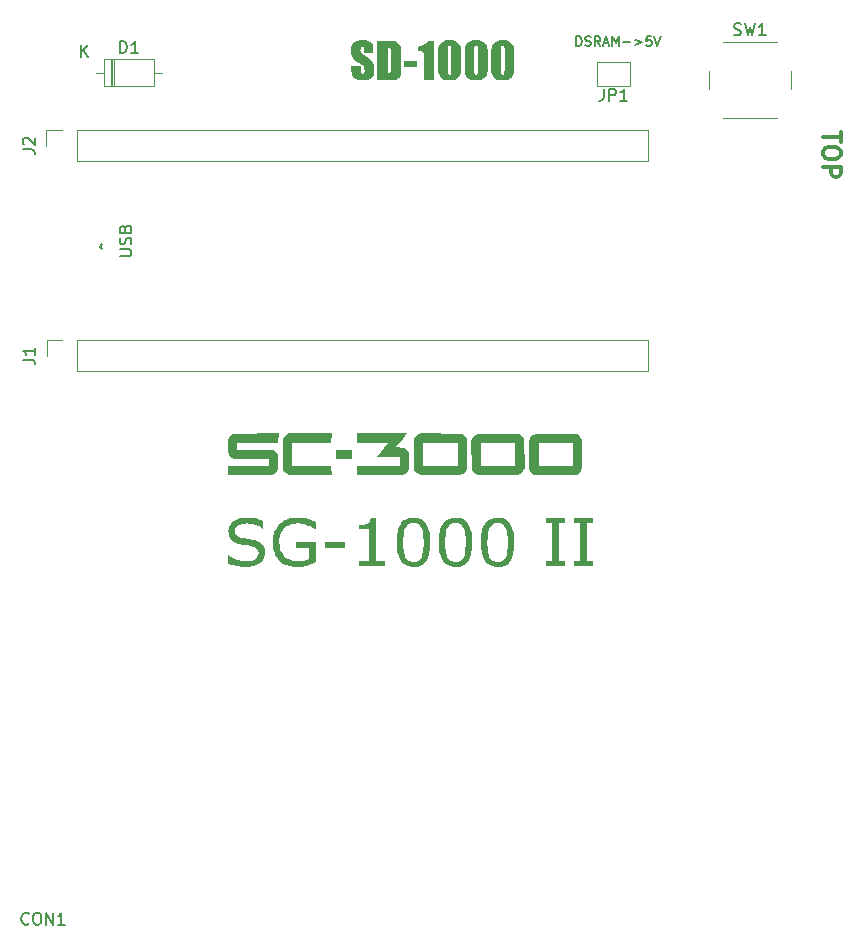
<source format=gto>
G04 #@! TF.GenerationSoftware,KiCad,Pcbnew,8.0.5*
G04 #@! TF.CreationDate,2024-10-04T03:51:19+02:00*
G04 #@! TF.ProjectId,SD-10005v,53442d31-3030-4303-9576-2e6b69636164,rev?*
G04 #@! TF.SameCoordinates,Original*
G04 #@! TF.FileFunction,Legend,Top*
G04 #@! TF.FilePolarity,Positive*
%FSLAX46Y46*%
G04 Gerber Fmt 4.6, Leading zero omitted, Abs format (unit mm)*
G04 Created by KiCad (PCBNEW 8.0.5) date 2024-10-04 03:51:19*
%MOMM*%
%LPD*%
G01*
G04 APERTURE LIST*
G04 Aperture macros list*
%AMRoundRect*
0 Rectangle with rounded corners*
0 $1 Rounding radius*
0 $2 $3 $4 $5 $6 $7 $8 $9 X,Y pos of 4 corners*
0 Add a 4 corners polygon primitive as box body*
4,1,4,$2,$3,$4,$5,$6,$7,$8,$9,$2,$3,0*
0 Add four circle primitives for the rounded corners*
1,1,$1+$1,$2,$3*
1,1,$1+$1,$4,$5*
1,1,$1+$1,$6,$7*
1,1,$1+$1,$8,$9*
0 Add four rect primitives between the rounded corners*
20,1,$1+$1,$2,$3,$4,$5,0*
20,1,$1+$1,$4,$5,$6,$7,0*
20,1,$1+$1,$6,$7,$8,$9,0*
20,1,$1+$1,$8,$9,$2,$3,0*%
G04 Aperture macros list end*
%ADD10C,0.000000*%
%ADD11C,0.150000*%
%ADD12C,0.750000*%
%ADD13C,0.300000*%
%ADD14C,0.120000*%
%ADD15R,1.700000X1.700000*%
%ADD16O,1.700000X1.700000*%
%ADD17R,1.600000X1.600000*%
%ADD18O,1.600000X1.600000*%
%ADD19C,2.000000*%
%ADD20R,1.000000X1.500000*%
%ADD21RoundRect,0.500000X-0.500000X-5.000000X0.500000X-5.000000X0.500000X5.000000X-0.500000X5.000000X0*%
G04 APERTURE END LIST*
D10*
G36*
X120100000Y-67400000D02*
G01*
X120233610Y-67499060D01*
X120291010Y-67547830D01*
X120348420Y-67608790D01*
X120399720Y-67673820D01*
X120437320Y-67735280D01*
X120508440Y-67872440D01*
X120537390Y-70234640D01*
X120423600Y-70642060D01*
X120090350Y-70896060D01*
X116485580Y-70896060D01*
X116155890Y-70645110D01*
X116043620Y-70271220D01*
X116043620Y-70116790D01*
X116847280Y-70116790D01*
X119728660Y-70116790D01*
X119728660Y-68179780D01*
X116847280Y-68179780D01*
X116847280Y-70116790D01*
X116043620Y-70116790D01*
X116043620Y-68179780D01*
X116043620Y-68005030D01*
X116097470Y-67844000D01*
X116126430Y-67773380D01*
X116164020Y-67699220D01*
X116206690Y-67630640D01*
X116248860Y-67576280D01*
X116345880Y-67469090D01*
X116634430Y-67382730D01*
X120100000Y-67400000D01*
G37*
G36*
X110355550Y-67400000D02*
G01*
X110609040Y-67566630D01*
X110776170Y-67872440D01*
X110776170Y-70423620D01*
X110604470Y-70738070D01*
X110209240Y-70917900D01*
X106854920Y-70919940D01*
X106530820Y-70754330D01*
X106335240Y-70487630D01*
X106335240Y-70116790D01*
X107067270Y-70116790D01*
X109996390Y-70116790D01*
X109996390Y-68179780D01*
X107067270Y-68179780D01*
X107067270Y-70116790D01*
X106335240Y-70116790D01*
X106335240Y-68179780D01*
X106335240Y-67808940D01*
X106530820Y-67541740D01*
X106854920Y-67374100D01*
X110355550Y-67400000D01*
G37*
G36*
X94807700Y-68155910D02*
G01*
X91335010Y-68180800D01*
X91335010Y-68741630D01*
X94387080Y-68770080D01*
X94640570Y-68936700D01*
X94807190Y-69242520D01*
X94807700Y-70423620D01*
X94636000Y-70738070D01*
X94240770Y-70917900D01*
X90531870Y-70919940D01*
X90531870Y-70116790D01*
X94027920Y-70116790D01*
X94027920Y-69554430D01*
X91028180Y-69525980D01*
X90713730Y-69354280D01*
X90534400Y-68959060D01*
X90532370Y-68014180D01*
X90626350Y-67676860D01*
X90738620Y-67571200D01*
X90792470Y-67527510D01*
X90857490Y-67485350D01*
X90925060Y-67449280D01*
X90986520Y-67425400D01*
X91122670Y-67384760D01*
X94835130Y-67376640D01*
X94807700Y-68155910D01*
G37*
G36*
X99295880Y-68155910D02*
G01*
X95964920Y-68180800D01*
X95964920Y-70115260D01*
X99295880Y-70140160D01*
X99323310Y-70919940D01*
X95752580Y-70919940D01*
X95428480Y-70754330D01*
X95232900Y-70487630D01*
X95232900Y-67808940D01*
X95428480Y-67541740D01*
X95752580Y-67376640D01*
X99323310Y-67376640D01*
X99295880Y-68155910D01*
G37*
G36*
X115221680Y-67400000D02*
G01*
X115475170Y-67566630D01*
X115642300Y-67872440D01*
X115671770Y-70302720D01*
X115481270Y-70733500D01*
X115075380Y-70917900D01*
X111721050Y-70919940D01*
X111396950Y-70754330D01*
X111201370Y-70488140D01*
X111196516Y-70116790D01*
X111980640Y-70116790D01*
X114863030Y-70116790D01*
X114863030Y-68179780D01*
X111980640Y-68179780D01*
X111980640Y-70116790D01*
X111196516Y-70116790D01*
X111171200Y-68179780D01*
X111170890Y-68155910D01*
X111230830Y-67755100D01*
X111469080Y-67471630D01*
X111768300Y-67382730D01*
X115221680Y-67400000D01*
G37*
G36*
X101043910Y-69525980D02*
G01*
X99697200Y-69552400D01*
X99697200Y-68746710D01*
X101071340Y-68746710D01*
X101043910Y-69525980D01*
G37*
G36*
X105658070Y-67448260D02*
G01*
X105553930Y-67581360D01*
X105366990Y-67811480D01*
X104757900Y-68546050D01*
X105500590Y-68588720D01*
X105742910Y-68747730D01*
X105910040Y-69053540D01*
X105910040Y-70423620D01*
X105738340Y-70738070D01*
X105343110Y-70917900D01*
X101445230Y-70919940D01*
X101445230Y-70116790D01*
X105130260Y-70116790D01*
X105130260Y-69362920D01*
X103200370Y-69337010D01*
X104131530Y-68203150D01*
X101445230Y-68178260D01*
X101445230Y-67376640D01*
X105702780Y-67376640D01*
X105658070Y-67448260D01*
G37*
D11*
X79855113Y-51744172D02*
X79712256Y-51553696D01*
X79712256Y-51553696D02*
X79855113Y-51363220D01*
X81369819Y-52363220D02*
X82179342Y-52363220D01*
X82179342Y-52363220D02*
X82274580Y-52315601D01*
X82274580Y-52315601D02*
X82322200Y-52267982D01*
X82322200Y-52267982D02*
X82369819Y-52172744D01*
X82369819Y-52172744D02*
X82369819Y-51982268D01*
X82369819Y-51982268D02*
X82322200Y-51887030D01*
X82322200Y-51887030D02*
X82274580Y-51839411D01*
X82274580Y-51839411D02*
X82179342Y-51791792D01*
X82179342Y-51791792D02*
X81369819Y-51791792D01*
X82322200Y-51363220D02*
X82369819Y-51220363D01*
X82369819Y-51220363D02*
X82369819Y-50982268D01*
X82369819Y-50982268D02*
X82322200Y-50887030D01*
X82322200Y-50887030D02*
X82274580Y-50839411D01*
X82274580Y-50839411D02*
X82179342Y-50791792D01*
X82179342Y-50791792D02*
X82084104Y-50791792D01*
X82084104Y-50791792D02*
X81988866Y-50839411D01*
X81988866Y-50839411D02*
X81941247Y-50887030D01*
X81941247Y-50887030D02*
X81893628Y-50982268D01*
X81893628Y-50982268D02*
X81846009Y-51172744D01*
X81846009Y-51172744D02*
X81798390Y-51267982D01*
X81798390Y-51267982D02*
X81750771Y-51315601D01*
X81750771Y-51315601D02*
X81655533Y-51363220D01*
X81655533Y-51363220D02*
X81560295Y-51363220D01*
X81560295Y-51363220D02*
X81465057Y-51315601D01*
X81465057Y-51315601D02*
X81417438Y-51267982D01*
X81417438Y-51267982D02*
X81369819Y-51172744D01*
X81369819Y-51172744D02*
X81369819Y-50934649D01*
X81369819Y-50934649D02*
X81417438Y-50791792D01*
X81846009Y-50029887D02*
X81893628Y-49887030D01*
X81893628Y-49887030D02*
X81941247Y-49839411D01*
X81941247Y-49839411D02*
X82036485Y-49791792D01*
X82036485Y-49791792D02*
X82179342Y-49791792D01*
X82179342Y-49791792D02*
X82274580Y-49839411D01*
X82274580Y-49839411D02*
X82322200Y-49887030D01*
X82322200Y-49887030D02*
X82369819Y-49982268D01*
X82369819Y-49982268D02*
X82369819Y-50363220D01*
X82369819Y-50363220D02*
X81369819Y-50363220D01*
X81369819Y-50363220D02*
X81369819Y-50029887D01*
X81369819Y-50029887D02*
X81417438Y-49934649D01*
X81417438Y-49934649D02*
X81465057Y-49887030D01*
X81465057Y-49887030D02*
X81560295Y-49839411D01*
X81560295Y-49839411D02*
X81655533Y-49839411D01*
X81655533Y-49839411D02*
X81750771Y-49887030D01*
X81750771Y-49887030D02*
X81798390Y-49934649D01*
X81798390Y-49934649D02*
X81846009Y-50029887D01*
X81846009Y-50029887D02*
X81846009Y-50363220D01*
G36*
X93722958Y-77455450D02*
G01*
X93701641Y-77661201D01*
X93643669Y-77850247D01*
X93611584Y-77922442D01*
X93506419Y-78098167D01*
X93371909Y-78250674D01*
X93299930Y-78313230D01*
X93124762Y-78432940D01*
X92946088Y-78523846D01*
X92787020Y-78584829D01*
X92592713Y-78636349D01*
X92397770Y-78666402D01*
X92183816Y-78680999D01*
X92082623Y-78682526D01*
X91866896Y-78677458D01*
X91662281Y-78662254D01*
X91445374Y-78633033D01*
X91286392Y-78601437D01*
X91087001Y-78549015D01*
X90885601Y-78484075D01*
X90682191Y-78406614D01*
X90568318Y-78358171D01*
X90568318Y-77682107D01*
X90606420Y-77682107D01*
X90767742Y-77795375D01*
X90941032Y-77894842D01*
X91126290Y-77980511D01*
X91323517Y-78052379D01*
X91524040Y-78109227D01*
X91718213Y-78149832D01*
X91929067Y-78176099D01*
X92087508Y-78182316D01*
X92298162Y-78173855D01*
X92512577Y-78143462D01*
X92720219Y-78082848D01*
X92874947Y-78005484D01*
X93035140Y-77869272D01*
X93134058Y-77688815D01*
X93156315Y-77531653D01*
X93134225Y-77336741D01*
X93046389Y-77161039D01*
X93022470Y-77135980D01*
X92854919Y-77022163D01*
X92667709Y-76950548D01*
X92618004Y-76936678D01*
X92417233Y-76890381D01*
X92216290Y-76854531D01*
X92171528Y-76847773D01*
X91971418Y-76815972D01*
X91778116Y-76780893D01*
X91661549Y-76757892D01*
X91467376Y-76709360D01*
X91265845Y-76638414D01*
X91068497Y-76538443D01*
X90906319Y-76418321D01*
X90854570Y-76368080D01*
X90728003Y-76199893D01*
X90642858Y-76005277D01*
X90601947Y-75810096D01*
X90592742Y-75650006D01*
X90613499Y-75436534D01*
X90675769Y-75240640D01*
X90779553Y-75062324D01*
X90924851Y-74901585D01*
X91026517Y-74817627D01*
X91197724Y-74707397D01*
X91385280Y-74619973D01*
X91589184Y-74555356D01*
X91809438Y-74513545D01*
X92005471Y-74496123D01*
X92128541Y-74493272D01*
X92339933Y-74498463D01*
X92542288Y-74514033D01*
X92759136Y-74543958D01*
X92919888Y-74576315D01*
X93116102Y-74626118D01*
X93318709Y-74688705D01*
X93505097Y-74758925D01*
X93557850Y-74781479D01*
X93557850Y-75431165D01*
X93519748Y-75431165D01*
X93341788Y-75309152D01*
X93149752Y-75211455D01*
X92952284Y-75134295D01*
X92905233Y-75118534D01*
X92714052Y-75063824D01*
X92520551Y-75024745D01*
X92324729Y-75001297D01*
X92126587Y-74993482D01*
X91918920Y-75004045D01*
X91710839Y-75041183D01*
X91511361Y-75113807D01*
X91424145Y-75162498D01*
X91273408Y-75290241D01*
X91175933Y-75470976D01*
X91159385Y-75598227D01*
X91184630Y-75798208D01*
X91275305Y-75976384D01*
X91291277Y-75994877D01*
X91458931Y-76114704D01*
X91656424Y-76189236D01*
X91755338Y-76214696D01*
X91952831Y-76254066D01*
X92157812Y-76290817D01*
X92255547Y-76307508D01*
X92448633Y-76341378D01*
X92654896Y-76382777D01*
X92805582Y-76417906D01*
X92994391Y-76476276D01*
X93183725Y-76557182D01*
X93363005Y-76666301D01*
X93492393Y-76779385D01*
X93613980Y-76949096D01*
X93684906Y-77134139D01*
X93719356Y-77349784D01*
X93722958Y-77455450D01*
G37*
G36*
X97988415Y-78302484D02*
G01*
X97794975Y-78385594D01*
X97591643Y-78462367D01*
X97402599Y-78525291D01*
X97255687Y-78569197D01*
X97058949Y-78618778D01*
X96865387Y-78654193D01*
X96651424Y-78677103D01*
X96487787Y-78682526D01*
X96282563Y-78676308D01*
X96084913Y-78657655D01*
X95868300Y-78621110D01*
X95661579Y-78568323D01*
X95611444Y-78552588D01*
X95419530Y-78479438D01*
X95242393Y-78389923D01*
X95060777Y-78269658D01*
X94932449Y-78161800D01*
X94783281Y-78003539D01*
X94667816Y-77845346D01*
X94568470Y-77670667D01*
X94494766Y-77504298D01*
X94427660Y-77298585D01*
X94384670Y-77104861D01*
X94356360Y-76898328D01*
X94342729Y-76678985D01*
X94341381Y-76581060D01*
X94350327Y-76345396D01*
X94377163Y-76122494D01*
X94421890Y-75912354D01*
X94484508Y-75714975D01*
X94565016Y-75530358D01*
X94663415Y-75358503D01*
X94779706Y-75199409D01*
X94913886Y-75053077D01*
X95063928Y-74921873D01*
X95227311Y-74808162D01*
X95404036Y-74711946D01*
X95594103Y-74633224D01*
X95797511Y-74571995D01*
X96014262Y-74528260D01*
X96244354Y-74502019D01*
X96487787Y-74493272D01*
X96685212Y-74499841D01*
X96885109Y-74519548D01*
X97087480Y-74552392D01*
X97200976Y-74576315D01*
X97410362Y-74631673D01*
X97603879Y-74696321D01*
X97804356Y-74775502D01*
X97985484Y-74856706D01*
X97985484Y-75493691D01*
X97935659Y-75493691D01*
X97764750Y-75382866D01*
X97688485Y-75336399D01*
X97507891Y-75236690D01*
X97369993Y-75173244D01*
X97181143Y-75106683D01*
X96984741Y-75055018D01*
X96940125Y-75045261D01*
X96734211Y-75011736D01*
X96525246Y-74995959D01*
X96394975Y-74993482D01*
X96187078Y-75003857D01*
X95993253Y-75034984D01*
X95779239Y-75099727D01*
X95585489Y-75194352D01*
X95412004Y-75318859D01*
X95307606Y-75418464D01*
X95171811Y-75588377D01*
X95064111Y-75779379D01*
X94984507Y-75991469D01*
X94939632Y-76184321D01*
X94914268Y-76391818D01*
X94908025Y-76568360D01*
X94918209Y-76799112D01*
X94948764Y-77013263D01*
X94999687Y-77210814D01*
X95087683Y-77425961D01*
X95205012Y-77617203D01*
X95325191Y-77758311D01*
X95492608Y-77902406D01*
X95681252Y-78016689D01*
X95891121Y-78101159D01*
X96082227Y-78148777D01*
X96288073Y-78175691D01*
X96463363Y-78182316D01*
X96660467Y-78175447D01*
X96857571Y-78154839D01*
X96988974Y-78133468D01*
X97191700Y-78088309D01*
X97385858Y-78029217D01*
X97449127Y-78005484D01*
X97449127Y-77056845D01*
X96352965Y-77056845D01*
X96352965Y-76556636D01*
X97988415Y-76556636D01*
X97988415Y-78302484D01*
G37*
G36*
X100502163Y-77056845D02*
G01*
X98787578Y-77056845D01*
X98787578Y-76556636D01*
X100502163Y-76556636D01*
X100502163Y-77056845D01*
G37*
G36*
X103886392Y-78620000D02*
G01*
X101671598Y-78620000D01*
X101671598Y-78182316D01*
X102523517Y-78182316D01*
X102523517Y-75493691D01*
X101671598Y-75493691D01*
X101671598Y-75118534D01*
X101873865Y-75109570D01*
X102041870Y-75090202D01*
X102234383Y-75049982D01*
X102341800Y-75007159D01*
X102501535Y-74885710D01*
X102541102Y-74836189D01*
X102614131Y-74649075D01*
X102625122Y-74555799D01*
X103051081Y-74555799D01*
X103051081Y-78182316D01*
X103886392Y-78182316D01*
X103886392Y-78620000D01*
G37*
G36*
X106479665Y-74505985D02*
G01*
X106680507Y-74544124D01*
X106895952Y-74623454D01*
X107083508Y-74739397D01*
X107243174Y-74891953D01*
X107334124Y-75013998D01*
X107432069Y-75189395D01*
X107513413Y-75390743D01*
X107578157Y-75618041D01*
X107617999Y-75818565D01*
X107647216Y-76035696D01*
X107665809Y-76269437D01*
X107673778Y-76519786D01*
X107674110Y-76584968D01*
X107671079Y-76783226D01*
X107657607Y-77031781D01*
X107633358Y-77262293D01*
X107598332Y-77474761D01*
X107552529Y-77669186D01*
X107480120Y-77886844D01*
X107390871Y-78076308D01*
X107329239Y-78176454D01*
X107186551Y-78348440D01*
X107017142Y-78484842D01*
X106821011Y-78585660D01*
X106598159Y-78650896D01*
X106392036Y-78678078D01*
X106259455Y-78682526D01*
X106038940Y-78670003D01*
X105837793Y-78632437D01*
X105621981Y-78554298D01*
X105434059Y-78440096D01*
X105274027Y-78289829D01*
X105182833Y-78169616D01*
X105085169Y-77995574D01*
X105004058Y-77794627D01*
X104939501Y-77566775D01*
X104899773Y-77365122D01*
X104870640Y-77146250D01*
X104852100Y-76910158D01*
X104844155Y-76656848D01*
X104843824Y-76590830D01*
X105401674Y-76590830D01*
X105403567Y-76794162D01*
X105410222Y-77002183D01*
X105423235Y-77207576D01*
X105431960Y-77300111D01*
X105464292Y-77505092D01*
X105515858Y-77693586D01*
X105560921Y-77810090D01*
X105662630Y-77986732D01*
X105807557Y-78126409D01*
X105817864Y-78133468D01*
X105997612Y-78213410D01*
X106192288Y-78243102D01*
X106259455Y-78244842D01*
X106454504Y-78227429D01*
X106643497Y-78164059D01*
X106687369Y-78139330D01*
X106838799Y-78005729D01*
X106945274Y-77831233D01*
X106951151Y-77817906D01*
X107019417Y-77626566D01*
X107064113Y-77427332D01*
X107082065Y-77301088D01*
X107100097Y-77103118D01*
X107110616Y-76904878D01*
X107115725Y-76687626D01*
X107116259Y-76584968D01*
X107114122Y-76385605D01*
X107106609Y-76177524D01*
X107091916Y-75966445D01*
X107082065Y-75868848D01*
X107050822Y-75670255D01*
X106999096Y-75478623D01*
X106948220Y-75352030D01*
X106843005Y-75178780D01*
X106696703Y-75044141D01*
X106686392Y-75037445D01*
X106496615Y-74957578D01*
X106291691Y-74931372D01*
X106259455Y-74930956D01*
X106063935Y-74948531D01*
X105875200Y-75012487D01*
X105831542Y-75037445D01*
X105680111Y-75170314D01*
X105570087Y-75344566D01*
X105563852Y-75357892D01*
X105493193Y-75556698D01*
X105450786Y-75764610D01*
X105435868Y-75881549D01*
X105417836Y-76089766D01*
X105407318Y-76287602D01*
X105402209Y-76495331D01*
X105401674Y-76590830D01*
X104843824Y-76590830D01*
X104846838Y-76394450D01*
X104860233Y-76147971D01*
X104884344Y-75919047D01*
X104919172Y-75707677D01*
X104964715Y-75513863D01*
X105036714Y-75296282D01*
X105125458Y-75106130D01*
X105186741Y-75005205D01*
X105329233Y-74831228D01*
X105498791Y-74693246D01*
X105695414Y-74591260D01*
X105919103Y-74525268D01*
X106126184Y-74497772D01*
X106259455Y-74493272D01*
X106479665Y-74505985D01*
G37*
G36*
X110039749Y-74505985D02*
G01*
X110240591Y-74544124D01*
X110456036Y-74623454D01*
X110643591Y-74739397D01*
X110803258Y-74891953D01*
X110894207Y-75013998D01*
X110992153Y-75189395D01*
X111073497Y-75390743D01*
X111138240Y-75618041D01*
X111178083Y-75818565D01*
X111207300Y-76035696D01*
X111225893Y-76269437D01*
X111233861Y-76519786D01*
X111234193Y-76584968D01*
X111231162Y-76783226D01*
X111217691Y-77031781D01*
X111193442Y-77262293D01*
X111158416Y-77474761D01*
X111112613Y-77669186D01*
X111040204Y-77886844D01*
X110950955Y-78076308D01*
X110889323Y-78176454D01*
X110746635Y-78348440D01*
X110577226Y-78484842D01*
X110381095Y-78585660D01*
X110158243Y-78650896D01*
X109952120Y-78678078D01*
X109819539Y-78682526D01*
X109599024Y-78670003D01*
X109397877Y-78632437D01*
X109182065Y-78554298D01*
X108994143Y-78440096D01*
X108834111Y-78289829D01*
X108742916Y-78169616D01*
X108645253Y-77995574D01*
X108564142Y-77794627D01*
X108499585Y-77566775D01*
X108459857Y-77365122D01*
X108430724Y-77146250D01*
X108412184Y-76910158D01*
X108404238Y-76656848D01*
X108403907Y-76590830D01*
X108961758Y-76590830D01*
X108963651Y-76794162D01*
X108970306Y-77002183D01*
X108983319Y-77207576D01*
X108992044Y-77300111D01*
X109024376Y-77505092D01*
X109075942Y-77693586D01*
X109121004Y-77810090D01*
X109222713Y-77986732D01*
X109367641Y-78126409D01*
X109377948Y-78133468D01*
X109557695Y-78213410D01*
X109752372Y-78243102D01*
X109819539Y-78244842D01*
X110014588Y-78227429D01*
X110203580Y-78164059D01*
X110247452Y-78139330D01*
X110398883Y-78005729D01*
X110505358Y-77831233D01*
X110511235Y-77817906D01*
X110579501Y-77626566D01*
X110624197Y-77427332D01*
X110642149Y-77301088D01*
X110660181Y-77103118D01*
X110670699Y-76904878D01*
X110675809Y-76687626D01*
X110676343Y-76584968D01*
X110674206Y-76385605D01*
X110666692Y-76177524D01*
X110652000Y-75966445D01*
X110642149Y-75868848D01*
X110610906Y-75670255D01*
X110559180Y-75478623D01*
X110508304Y-75352030D01*
X110403089Y-75178780D01*
X110256787Y-75044141D01*
X110246475Y-75037445D01*
X110056699Y-74957578D01*
X109851775Y-74931372D01*
X109819539Y-74930956D01*
X109624019Y-74948531D01*
X109435284Y-75012487D01*
X109391625Y-75037445D01*
X109240195Y-75170314D01*
X109130171Y-75344566D01*
X109123935Y-75357892D01*
X109053277Y-75556698D01*
X109010870Y-75764610D01*
X108995952Y-75881549D01*
X108977920Y-76089766D01*
X108967401Y-76287602D01*
X108962292Y-76495331D01*
X108961758Y-76590830D01*
X108403907Y-76590830D01*
X108406921Y-76394450D01*
X108420316Y-76147971D01*
X108444428Y-75919047D01*
X108479255Y-75707677D01*
X108524799Y-75513863D01*
X108596798Y-75296282D01*
X108685541Y-75106130D01*
X108746824Y-75005205D01*
X108889317Y-74831228D01*
X109058875Y-74693246D01*
X109255498Y-74591260D01*
X109479187Y-74525268D01*
X109686268Y-74497772D01*
X109819539Y-74493272D01*
X110039749Y-74505985D01*
G37*
G36*
X113599832Y-74505985D02*
G01*
X113800674Y-74544124D01*
X114016120Y-74623454D01*
X114203675Y-74739397D01*
X114363341Y-74891953D01*
X114454291Y-75013998D01*
X114552236Y-75189395D01*
X114633581Y-75390743D01*
X114698324Y-75618041D01*
X114738166Y-75818565D01*
X114767384Y-76035696D01*
X114785977Y-76269437D01*
X114793945Y-76519786D01*
X114794277Y-76584968D01*
X114791246Y-76783226D01*
X114777775Y-77031781D01*
X114753526Y-77262293D01*
X114718500Y-77474761D01*
X114672697Y-77669186D01*
X114600287Y-77886844D01*
X114511039Y-78076308D01*
X114449406Y-78176454D01*
X114306719Y-78348440D01*
X114137310Y-78484842D01*
X113941179Y-78585660D01*
X113718326Y-78650896D01*
X113512204Y-78678078D01*
X113379623Y-78682526D01*
X113159108Y-78670003D01*
X112957960Y-78632437D01*
X112742149Y-78554298D01*
X112554227Y-78440096D01*
X112394194Y-78289829D01*
X112303000Y-78169616D01*
X112205336Y-77995574D01*
X112124226Y-77794627D01*
X112059668Y-77566775D01*
X112019941Y-77365122D01*
X111990807Y-77146250D01*
X111972268Y-76910158D01*
X111964322Y-76656848D01*
X111963991Y-76590830D01*
X112521842Y-76590830D01*
X112523735Y-76794162D01*
X112530389Y-77002183D01*
X112543403Y-77207576D01*
X112552128Y-77300111D01*
X112584460Y-77505092D01*
X112636025Y-77693586D01*
X112681088Y-77810090D01*
X112782797Y-77986732D01*
X112927725Y-78126409D01*
X112938032Y-78133468D01*
X113117779Y-78213410D01*
X113312456Y-78243102D01*
X113379623Y-78244842D01*
X113574672Y-78227429D01*
X113763664Y-78164059D01*
X113807536Y-78139330D01*
X113958967Y-78005729D01*
X114065441Y-77831233D01*
X114071318Y-77817906D01*
X114139584Y-77626566D01*
X114184281Y-77427332D01*
X114202233Y-77301088D01*
X114220265Y-77103118D01*
X114230783Y-76904878D01*
X114235892Y-76687626D01*
X114236427Y-76584968D01*
X114234289Y-76385605D01*
X114226776Y-76177524D01*
X114212083Y-75966445D01*
X114202233Y-75868848D01*
X114170990Y-75670255D01*
X114119263Y-75478623D01*
X114068387Y-75352030D01*
X113963172Y-75178780D01*
X113816871Y-75044141D01*
X113806559Y-75037445D01*
X113616782Y-74957578D01*
X113411859Y-74931372D01*
X113379623Y-74930956D01*
X113184102Y-74948531D01*
X112995368Y-75012487D01*
X112951709Y-75037445D01*
X112800279Y-75170314D01*
X112690255Y-75344566D01*
X112684019Y-75357892D01*
X112613360Y-75556698D01*
X112570954Y-75764610D01*
X112556036Y-75881549D01*
X112538004Y-76089766D01*
X112527485Y-76287602D01*
X112522376Y-76495331D01*
X112521842Y-76590830D01*
X111963991Y-76590830D01*
X111967005Y-76394450D01*
X111980400Y-76147971D01*
X112004512Y-75919047D01*
X112039339Y-75707677D01*
X112084883Y-75513863D01*
X112156882Y-75296282D01*
X112245625Y-75106130D01*
X112306908Y-75005205D01*
X112449401Y-74831228D01*
X112618959Y-74693246D01*
X112815582Y-74591260D01*
X113039270Y-74525268D01*
X113246352Y-74497772D01*
X113379623Y-74493272D01*
X113599832Y-74505985D01*
G37*
G36*
X119105652Y-78620000D02*
G01*
X117489741Y-78620000D01*
X117489741Y-78182316D01*
X118026099Y-78182316D01*
X118026099Y-74993482D01*
X117489741Y-74993482D01*
X117489741Y-74555799D01*
X119105652Y-74555799D01*
X119105652Y-74993482D01*
X118570272Y-74993482D01*
X118570272Y-78182316D01*
X119105652Y-78182316D01*
X119105652Y-78620000D01*
G37*
G36*
X121462107Y-78620000D02*
G01*
X119846196Y-78620000D01*
X119846196Y-78182316D01*
X120382554Y-78182316D01*
X120382554Y-74993482D01*
X119846196Y-74993482D01*
X119846196Y-74555799D01*
X121462107Y-74555799D01*
X121462107Y-74993482D01*
X120926727Y-74993482D01*
X120926727Y-78182316D01*
X121462107Y-78182316D01*
X121462107Y-78620000D01*
G37*
D12*
G36*
X102871284Y-35147163D02*
G01*
X102065283Y-35147163D01*
X102065283Y-34899501D01*
X102056598Y-34751131D01*
X102034508Y-34678949D01*
X101931194Y-34631322D01*
X101813224Y-34691406D01*
X101773908Y-34835900D01*
X101772924Y-34872390D01*
X101787298Y-35023034D01*
X101818353Y-35106863D01*
X101925745Y-35216851D01*
X102051333Y-35302820D01*
X102063817Y-35310561D01*
X102201834Y-35398099D01*
X102326455Y-35481195D01*
X102463394Y-35578819D01*
X102579404Y-35669501D01*
X102690987Y-35769158D01*
X102792882Y-35886486D01*
X102865493Y-36029113D01*
X102910087Y-36191217D01*
X102933704Y-36360332D01*
X102942505Y-36525548D01*
X102943092Y-36584776D01*
X102937871Y-36748404D01*
X102919517Y-36905005D01*
X102879138Y-37056894D01*
X102859561Y-37101350D01*
X102766055Y-37227190D01*
X102646886Y-37320069D01*
X102537160Y-37379787D01*
X102396594Y-37433979D01*
X102243625Y-37470436D01*
X102097240Y-37487953D01*
X101981019Y-37491894D01*
X101833337Y-37485583D01*
X101676579Y-37462914D01*
X101532644Y-37423759D01*
X101386044Y-37360003D01*
X101261005Y-37280134D01*
X101153614Y-37178067D01*
X101073833Y-37049595D01*
X101063643Y-37024413D01*
X101023457Y-36879900D01*
X101000016Y-36721205D01*
X100989300Y-36557372D01*
X100987439Y-36444092D01*
X100987439Y-36225739D01*
X101793441Y-36225739D01*
X101793441Y-36633136D01*
X101800847Y-36780215D01*
X101827146Y-36875669D01*
X101948046Y-36929159D01*
X102076274Y-36861748D01*
X102116739Y-36715917D01*
X102118772Y-36660980D01*
X102112397Y-36512171D01*
X102084061Y-36363708D01*
X102038172Y-36277763D01*
X101920223Y-36177024D01*
X101795667Y-36089157D01*
X101672423Y-36008313D01*
X101632973Y-35983206D01*
X101501730Y-35898421D01*
X101377327Y-35814489D01*
X101250838Y-35721665D01*
X101203594Y-35682055D01*
X101107790Y-35568665D01*
X101034277Y-35429421D01*
X101029938Y-35419005D01*
X100985343Y-35267193D01*
X100965366Y-35114556D01*
X100961061Y-34989626D01*
X100965724Y-34834566D01*
X100982474Y-34681140D01*
X101020542Y-34525034D01*
X101058514Y-34439347D01*
X101149052Y-34319271D01*
X101273387Y-34220628D01*
X101375053Y-34166772D01*
X101520396Y-34114994D01*
X101666378Y-34084791D01*
X101826734Y-34070121D01*
X101902617Y-34068586D01*
X102065283Y-34075410D01*
X102215492Y-34095881D01*
X102369589Y-34135222D01*
X102478542Y-34177763D01*
X102611635Y-34251508D01*
X102729788Y-34354548D01*
X102793615Y-34452536D01*
X102837835Y-34593744D01*
X102860362Y-34749978D01*
X102869388Y-34896819D01*
X102871284Y-35015272D01*
X102871284Y-35147163D01*
G37*
G36*
X104004678Y-34116385D02*
G01*
X104175281Y-34120060D01*
X104325991Y-34126561D01*
X104480585Y-34138093D01*
X104642152Y-34159800D01*
X104703838Y-34173367D01*
X104843417Y-34221491D01*
X104976001Y-34301136D01*
X105040161Y-34362411D01*
X105124771Y-34483065D01*
X105178384Y-34625410D01*
X105184508Y-34655502D01*
X105201195Y-34803211D01*
X105208980Y-34956970D01*
X105212787Y-35123515D01*
X105213817Y-35290045D01*
X105213817Y-36455816D01*
X105212323Y-36613519D01*
X105206804Y-36771068D01*
X105193730Y-36931798D01*
X105171319Y-37055188D01*
X105108952Y-37197159D01*
X105024041Y-37291859D01*
X104898650Y-37367899D01*
X104764655Y-37411294D01*
X104613159Y-37433117D01*
X104461404Y-37442333D01*
X104298640Y-37445000D01*
X103204676Y-37445000D01*
X103204676Y-36882264D01*
X104072226Y-36882264D01*
X104223718Y-36863396D01*
X104303036Y-36806793D01*
X104336768Y-36653193D01*
X104345211Y-36494253D01*
X104346267Y-36395732D01*
X104346267Y-35094406D01*
X104344206Y-34946578D01*
X104331612Y-34802780D01*
X104265667Y-34708258D01*
X104114430Y-34678950D01*
X104072226Y-34678217D01*
X104072226Y-36882264D01*
X103204676Y-36882264D01*
X103204676Y-34115481D01*
X103853873Y-34115481D01*
X104004678Y-34116385D01*
G37*
G36*
X106521738Y-35803688D02*
G01*
X106521738Y-36366423D01*
X105427041Y-36366423D01*
X105427041Y-35803688D01*
X106521738Y-35803688D01*
G37*
G36*
X108022366Y-34115481D02*
G01*
X108022366Y-37445000D01*
X107189254Y-37445000D01*
X107189254Y-35637358D01*
X107188342Y-35481111D01*
X107184491Y-35324117D01*
X107172510Y-35178058D01*
X107170203Y-35166946D01*
X107073510Y-35050068D01*
X107068353Y-35047512D01*
X106922271Y-35015495D01*
X106765817Y-35007120D01*
X106696860Y-35006479D01*
X106614794Y-35006479D01*
X106614794Y-34643046D01*
X106761191Y-34606753D01*
X106931404Y-34549472D01*
X107087413Y-34478954D01*
X107229218Y-34395199D01*
X107356820Y-34298205D01*
X107470217Y-34187974D01*
X107531438Y-34115481D01*
X108022366Y-34115481D01*
G37*
G36*
X109452012Y-34076063D02*
G01*
X109607459Y-34101909D01*
X109751600Y-34146216D01*
X109792638Y-34163108D01*
X109928344Y-34233114D01*
X110046960Y-34320938D01*
X110115771Y-34394651D01*
X110196695Y-34520634D01*
X110250971Y-34660081D01*
X110261584Y-34702397D01*
X110284803Y-34859086D01*
X110295184Y-35014200D01*
X110299351Y-35179132D01*
X110299686Y-35247547D01*
X110299686Y-36347372D01*
X110297723Y-36501471D01*
X110290670Y-36653798D01*
X110274642Y-36808530D01*
X110258654Y-36893255D01*
X110205639Y-37038432D01*
X110125771Y-37165705D01*
X110087195Y-37212725D01*
X109972992Y-37319793D01*
X109841133Y-37399290D01*
X109774320Y-37426681D01*
X109630751Y-37466420D01*
X109474817Y-37487818D01*
X109363992Y-37491894D01*
X109204183Y-37486504D01*
X109045244Y-37467871D01*
X108893056Y-37432002D01*
X108867935Y-37423750D01*
X108730789Y-37361926D01*
X108607562Y-37270765D01*
X108552129Y-37211259D01*
X108467999Y-37090963D01*
X108402283Y-36956003D01*
X108385067Y-36906444D01*
X108355151Y-36760162D01*
X108340768Y-36597802D01*
X108336166Y-36441433D01*
X108335974Y-36398663D01*
X108335974Y-35247547D01*
X108338756Y-35085224D01*
X108347285Y-34944930D01*
X109168353Y-34944930D01*
X109168353Y-36604560D01*
X109170556Y-36752821D01*
X109181514Y-36901080D01*
X109196197Y-36962131D01*
X109317097Y-37022948D01*
X109437998Y-36951873D01*
X109462470Y-36803831D01*
X109467278Y-36645648D01*
X109467307Y-36630205D01*
X109467307Y-34944930D01*
X109464802Y-34795307D01*
X109451654Y-34645202D01*
X109441661Y-34605676D01*
X109320761Y-34537533D01*
X109198395Y-34610073D01*
X109173312Y-34763118D01*
X109168471Y-34912881D01*
X109168353Y-34944930D01*
X108347285Y-34944930D01*
X108349034Y-34916164D01*
X108366886Y-34768983D01*
X108400966Y-34611899D01*
X108415108Y-34567575D01*
X108480267Y-34434868D01*
X108575908Y-34319763D01*
X108702032Y-34222262D01*
X108730914Y-34204874D01*
X108871513Y-34138993D01*
X109027876Y-34094673D01*
X109180100Y-34073378D01*
X109302443Y-34068586D01*
X109452012Y-34076063D01*
G37*
G36*
X111702954Y-34076063D02*
G01*
X111858401Y-34101909D01*
X112002542Y-34146216D01*
X112043580Y-34163108D01*
X112179286Y-34233114D01*
X112297902Y-34320938D01*
X112366714Y-34394651D01*
X112447637Y-34520634D01*
X112501913Y-34660081D01*
X112512526Y-34702397D01*
X112535745Y-34859086D01*
X112546126Y-35014200D01*
X112550294Y-35179132D01*
X112550628Y-35247547D01*
X112550628Y-36347372D01*
X112548665Y-36501471D01*
X112541612Y-36653798D01*
X112525584Y-36808530D01*
X112509596Y-36893255D01*
X112456582Y-37038432D01*
X112376713Y-37165705D01*
X112338137Y-37212725D01*
X112223934Y-37319793D01*
X112092075Y-37399290D01*
X112025262Y-37426681D01*
X111881693Y-37466420D01*
X111725759Y-37487818D01*
X111614934Y-37491894D01*
X111455126Y-37486504D01*
X111296186Y-37467871D01*
X111143999Y-37432002D01*
X111118877Y-37423750D01*
X110981731Y-37361926D01*
X110858504Y-37270765D01*
X110803071Y-37211259D01*
X110718942Y-37090963D01*
X110653225Y-36956003D01*
X110636009Y-36906444D01*
X110606093Y-36760162D01*
X110591710Y-36597802D01*
X110587108Y-36441433D01*
X110586916Y-36398663D01*
X110586916Y-35247547D01*
X110589698Y-35085224D01*
X110598227Y-34944930D01*
X111419296Y-34944930D01*
X111419296Y-36604560D01*
X111421498Y-36752821D01*
X111432456Y-36901080D01*
X111447139Y-36962131D01*
X111568039Y-37022948D01*
X111688940Y-36951873D01*
X111713412Y-36803831D01*
X111718220Y-36645648D01*
X111718249Y-36630205D01*
X111718249Y-34944930D01*
X111715744Y-34795307D01*
X111702596Y-34645202D01*
X111692603Y-34605676D01*
X111571703Y-34537533D01*
X111449337Y-34610073D01*
X111424254Y-34763118D01*
X111419413Y-34912881D01*
X111419296Y-34944930D01*
X110598227Y-34944930D01*
X110599976Y-34916164D01*
X110617828Y-34768983D01*
X110651908Y-34611899D01*
X110666051Y-34567575D01*
X110731209Y-34434868D01*
X110826850Y-34319763D01*
X110952974Y-34222262D01*
X110981857Y-34204874D01*
X111122455Y-34138993D01*
X111278818Y-34094673D01*
X111431042Y-34073378D01*
X111553385Y-34068586D01*
X111702954Y-34076063D01*
G37*
G36*
X113953896Y-34076063D02*
G01*
X114109343Y-34101909D01*
X114253485Y-34146216D01*
X114294522Y-34163108D01*
X114430228Y-34233114D01*
X114548844Y-34320938D01*
X114617656Y-34394651D01*
X114698579Y-34520634D01*
X114752855Y-34660081D01*
X114763469Y-34702397D01*
X114786687Y-34859086D01*
X114797068Y-35014200D01*
X114801236Y-35179132D01*
X114801570Y-35247547D01*
X114801570Y-36347372D01*
X114799607Y-36501471D01*
X114792554Y-36653798D01*
X114776526Y-36808530D01*
X114760538Y-36893255D01*
X114707524Y-37038432D01*
X114627655Y-37165705D01*
X114589079Y-37212725D01*
X114474876Y-37319793D01*
X114343017Y-37399290D01*
X114276204Y-37426681D01*
X114132635Y-37466420D01*
X113976701Y-37487818D01*
X113865876Y-37491894D01*
X113706068Y-37486504D01*
X113547128Y-37467871D01*
X113394941Y-37432002D01*
X113369819Y-37423750D01*
X113232673Y-37361926D01*
X113109446Y-37270765D01*
X113054013Y-37211259D01*
X112969884Y-37090963D01*
X112904167Y-36956003D01*
X112886951Y-36906444D01*
X112857035Y-36760162D01*
X112842652Y-36597802D01*
X112838050Y-36441433D01*
X112837858Y-36398663D01*
X112837858Y-35247547D01*
X112840640Y-35085224D01*
X112849169Y-34944930D01*
X113670238Y-34944930D01*
X113670238Y-36604560D01*
X113672440Y-36752821D01*
X113683398Y-36901080D01*
X113698081Y-36962131D01*
X113818981Y-37022948D01*
X113939882Y-36951873D01*
X113964354Y-36803831D01*
X113969162Y-36645648D01*
X113969191Y-36630205D01*
X113969191Y-34944930D01*
X113966686Y-34795307D01*
X113953538Y-34645202D01*
X113943545Y-34605676D01*
X113822645Y-34537533D01*
X113700279Y-34610073D01*
X113675196Y-34763118D01*
X113670355Y-34912881D01*
X113670238Y-34944930D01*
X112849169Y-34944930D01*
X112850918Y-34916164D01*
X112868770Y-34768983D01*
X112902850Y-34611899D01*
X112916993Y-34567575D01*
X112982151Y-34434868D01*
X113077792Y-34319763D01*
X113203916Y-34222262D01*
X113232799Y-34204874D01*
X113373397Y-34138993D01*
X113529760Y-34094673D01*
X113681984Y-34073378D01*
X113804327Y-34068586D01*
X113953896Y-34076063D01*
G37*
D13*
X142426671Y-41850714D02*
X142426671Y-42707857D01*
X140926671Y-42279285D02*
X142426671Y-42279285D01*
X142426671Y-43493571D02*
X142426671Y-43779285D01*
X142426671Y-43779285D02*
X142355242Y-43922142D01*
X142355242Y-43922142D02*
X142212385Y-44064999D01*
X142212385Y-44064999D02*
X141926671Y-44136428D01*
X141926671Y-44136428D02*
X141426671Y-44136428D01*
X141426671Y-44136428D02*
X141140957Y-44064999D01*
X141140957Y-44064999D02*
X140998100Y-43922142D01*
X140998100Y-43922142D02*
X140926671Y-43779285D01*
X140926671Y-43779285D02*
X140926671Y-43493571D01*
X140926671Y-43493571D02*
X140998100Y-43350714D01*
X140998100Y-43350714D02*
X141140957Y-43207856D01*
X141140957Y-43207856D02*
X141426671Y-43136428D01*
X141426671Y-43136428D02*
X141926671Y-43136428D01*
X141926671Y-43136428D02*
X142212385Y-43207856D01*
X142212385Y-43207856D02*
X142355242Y-43350714D01*
X142355242Y-43350714D02*
X142426671Y-43493571D01*
X140926671Y-44779285D02*
X142426671Y-44779285D01*
X142426671Y-44779285D02*
X142426671Y-45350714D01*
X142426671Y-45350714D02*
X142355242Y-45493571D01*
X142355242Y-45493571D02*
X142283814Y-45565000D01*
X142283814Y-45565000D02*
X142140957Y-45636428D01*
X142140957Y-45636428D02*
X141926671Y-45636428D01*
X141926671Y-45636428D02*
X141783814Y-45565000D01*
X141783814Y-45565000D02*
X141712385Y-45493571D01*
X141712385Y-45493571D02*
X141640957Y-45350714D01*
X141640957Y-45350714D02*
X141640957Y-44779285D01*
D11*
X120050160Y-34565295D02*
X120050160Y-33765295D01*
X120050160Y-33765295D02*
X120240636Y-33765295D01*
X120240636Y-33765295D02*
X120354922Y-33803390D01*
X120354922Y-33803390D02*
X120431112Y-33879580D01*
X120431112Y-33879580D02*
X120469207Y-33955771D01*
X120469207Y-33955771D02*
X120507303Y-34108152D01*
X120507303Y-34108152D02*
X120507303Y-34222438D01*
X120507303Y-34222438D02*
X120469207Y-34374819D01*
X120469207Y-34374819D02*
X120431112Y-34451009D01*
X120431112Y-34451009D02*
X120354922Y-34527200D01*
X120354922Y-34527200D02*
X120240636Y-34565295D01*
X120240636Y-34565295D02*
X120050160Y-34565295D01*
X120812064Y-34527200D02*
X120926350Y-34565295D01*
X120926350Y-34565295D02*
X121116826Y-34565295D01*
X121116826Y-34565295D02*
X121193017Y-34527200D01*
X121193017Y-34527200D02*
X121231112Y-34489104D01*
X121231112Y-34489104D02*
X121269207Y-34412914D01*
X121269207Y-34412914D02*
X121269207Y-34336723D01*
X121269207Y-34336723D02*
X121231112Y-34260533D01*
X121231112Y-34260533D02*
X121193017Y-34222438D01*
X121193017Y-34222438D02*
X121116826Y-34184342D01*
X121116826Y-34184342D02*
X120964445Y-34146247D01*
X120964445Y-34146247D02*
X120888255Y-34108152D01*
X120888255Y-34108152D02*
X120850160Y-34070057D01*
X120850160Y-34070057D02*
X120812064Y-33993866D01*
X120812064Y-33993866D02*
X120812064Y-33917676D01*
X120812064Y-33917676D02*
X120850160Y-33841485D01*
X120850160Y-33841485D02*
X120888255Y-33803390D01*
X120888255Y-33803390D02*
X120964445Y-33765295D01*
X120964445Y-33765295D02*
X121154922Y-33765295D01*
X121154922Y-33765295D02*
X121269207Y-33803390D01*
X122069208Y-34565295D02*
X121802541Y-34184342D01*
X121612065Y-34565295D02*
X121612065Y-33765295D01*
X121612065Y-33765295D02*
X121916827Y-33765295D01*
X121916827Y-33765295D02*
X121993017Y-33803390D01*
X121993017Y-33803390D02*
X122031112Y-33841485D01*
X122031112Y-33841485D02*
X122069208Y-33917676D01*
X122069208Y-33917676D02*
X122069208Y-34031961D01*
X122069208Y-34031961D02*
X122031112Y-34108152D01*
X122031112Y-34108152D02*
X121993017Y-34146247D01*
X121993017Y-34146247D02*
X121916827Y-34184342D01*
X121916827Y-34184342D02*
X121612065Y-34184342D01*
X122373969Y-34336723D02*
X122754922Y-34336723D01*
X122297779Y-34565295D02*
X122564446Y-33765295D01*
X122564446Y-33765295D02*
X122831112Y-34565295D01*
X123097779Y-34565295D02*
X123097779Y-33765295D01*
X123097779Y-33765295D02*
X123364445Y-34336723D01*
X123364445Y-34336723D02*
X123631112Y-33765295D01*
X123631112Y-33765295D02*
X123631112Y-34565295D01*
X124012065Y-34260533D02*
X124621589Y-34260533D01*
X125002541Y-34031961D02*
X125612065Y-34260533D01*
X125612065Y-34260533D02*
X125002541Y-34489104D01*
X126373969Y-33765295D02*
X125993017Y-33765295D01*
X125993017Y-33765295D02*
X125954921Y-34146247D01*
X125954921Y-34146247D02*
X125993017Y-34108152D01*
X125993017Y-34108152D02*
X126069207Y-34070057D01*
X126069207Y-34070057D02*
X126259683Y-34070057D01*
X126259683Y-34070057D02*
X126335874Y-34108152D01*
X126335874Y-34108152D02*
X126373969Y-34146247D01*
X126373969Y-34146247D02*
X126412064Y-34222438D01*
X126412064Y-34222438D02*
X126412064Y-34412914D01*
X126412064Y-34412914D02*
X126373969Y-34489104D01*
X126373969Y-34489104D02*
X126335874Y-34527200D01*
X126335874Y-34527200D02*
X126259683Y-34565295D01*
X126259683Y-34565295D02*
X126069207Y-34565295D01*
X126069207Y-34565295D02*
X125993017Y-34527200D01*
X125993017Y-34527200D02*
X125954921Y-34489104D01*
X126640636Y-33765295D02*
X126907303Y-34565295D01*
X126907303Y-34565295D02*
X127173969Y-33765295D01*
X73204819Y-61133333D02*
X73919104Y-61133333D01*
X73919104Y-61133333D02*
X74061961Y-61180952D01*
X74061961Y-61180952D02*
X74157200Y-61276190D01*
X74157200Y-61276190D02*
X74204819Y-61419047D01*
X74204819Y-61419047D02*
X74204819Y-61514285D01*
X74204819Y-60133333D02*
X74204819Y-60704761D01*
X74204819Y-60419047D02*
X73204819Y-60419047D01*
X73204819Y-60419047D02*
X73347676Y-60514285D01*
X73347676Y-60514285D02*
X73442914Y-60609523D01*
X73442914Y-60609523D02*
X73490533Y-60704761D01*
X81430905Y-35164819D02*
X81430905Y-34164819D01*
X81430905Y-34164819D02*
X81669000Y-34164819D01*
X81669000Y-34164819D02*
X81811857Y-34212438D01*
X81811857Y-34212438D02*
X81907095Y-34307676D01*
X81907095Y-34307676D02*
X81954714Y-34402914D01*
X81954714Y-34402914D02*
X82002333Y-34593390D01*
X82002333Y-34593390D02*
X82002333Y-34736247D01*
X82002333Y-34736247D02*
X81954714Y-34926723D01*
X81954714Y-34926723D02*
X81907095Y-35021961D01*
X81907095Y-35021961D02*
X81811857Y-35117200D01*
X81811857Y-35117200D02*
X81669000Y-35164819D01*
X81669000Y-35164819D02*
X81430905Y-35164819D01*
X82954714Y-35164819D02*
X82383286Y-35164819D01*
X82669000Y-35164819D02*
X82669000Y-34164819D01*
X82669000Y-34164819D02*
X82573762Y-34307676D01*
X82573762Y-34307676D02*
X82478524Y-34402914D01*
X82478524Y-34402914D02*
X82383286Y-34450533D01*
X78097095Y-35484819D02*
X78097095Y-34484819D01*
X78668523Y-35484819D02*
X78239952Y-34913390D01*
X78668523Y-34484819D02*
X78097095Y-35056247D01*
X73184819Y-43333333D02*
X73899104Y-43333333D01*
X73899104Y-43333333D02*
X74041961Y-43380952D01*
X74041961Y-43380952D02*
X74137200Y-43476190D01*
X74137200Y-43476190D02*
X74184819Y-43619047D01*
X74184819Y-43619047D02*
X74184819Y-43714285D01*
X73280057Y-42904761D02*
X73232438Y-42857142D01*
X73232438Y-42857142D02*
X73184819Y-42761904D01*
X73184819Y-42761904D02*
X73184819Y-42523809D01*
X73184819Y-42523809D02*
X73232438Y-42428571D01*
X73232438Y-42428571D02*
X73280057Y-42380952D01*
X73280057Y-42380952D02*
X73375295Y-42333333D01*
X73375295Y-42333333D02*
X73470533Y-42333333D01*
X73470533Y-42333333D02*
X73613390Y-42380952D01*
X73613390Y-42380952D02*
X74184819Y-42952380D01*
X74184819Y-42952380D02*
X74184819Y-42333333D01*
X133416667Y-33607200D02*
X133559524Y-33654819D01*
X133559524Y-33654819D02*
X133797619Y-33654819D01*
X133797619Y-33654819D02*
X133892857Y-33607200D01*
X133892857Y-33607200D02*
X133940476Y-33559580D01*
X133940476Y-33559580D02*
X133988095Y-33464342D01*
X133988095Y-33464342D02*
X133988095Y-33369104D01*
X133988095Y-33369104D02*
X133940476Y-33273866D01*
X133940476Y-33273866D02*
X133892857Y-33226247D01*
X133892857Y-33226247D02*
X133797619Y-33178628D01*
X133797619Y-33178628D02*
X133607143Y-33131009D01*
X133607143Y-33131009D02*
X133511905Y-33083390D01*
X133511905Y-33083390D02*
X133464286Y-33035771D01*
X133464286Y-33035771D02*
X133416667Y-32940533D01*
X133416667Y-32940533D02*
X133416667Y-32845295D01*
X133416667Y-32845295D02*
X133464286Y-32750057D01*
X133464286Y-32750057D02*
X133511905Y-32702438D01*
X133511905Y-32702438D02*
X133607143Y-32654819D01*
X133607143Y-32654819D02*
X133845238Y-32654819D01*
X133845238Y-32654819D02*
X133988095Y-32702438D01*
X134321429Y-32654819D02*
X134559524Y-33654819D01*
X134559524Y-33654819D02*
X134750000Y-32940533D01*
X134750000Y-32940533D02*
X134940476Y-33654819D01*
X134940476Y-33654819D02*
X135178572Y-32654819D01*
X136083333Y-33654819D02*
X135511905Y-33654819D01*
X135797619Y-33654819D02*
X135797619Y-32654819D01*
X135797619Y-32654819D02*
X135702381Y-32797676D01*
X135702381Y-32797676D02*
X135607143Y-32892914D01*
X135607143Y-32892914D02*
X135511905Y-32940533D01*
X122356666Y-38211819D02*
X122356666Y-38926104D01*
X122356666Y-38926104D02*
X122309047Y-39068961D01*
X122309047Y-39068961D02*
X122213809Y-39164200D01*
X122213809Y-39164200D02*
X122070952Y-39211819D01*
X122070952Y-39211819D02*
X121975714Y-39211819D01*
X122832857Y-39211819D02*
X122832857Y-38211819D01*
X122832857Y-38211819D02*
X123213809Y-38211819D01*
X123213809Y-38211819D02*
X123309047Y-38259438D01*
X123309047Y-38259438D02*
X123356666Y-38307057D01*
X123356666Y-38307057D02*
X123404285Y-38402295D01*
X123404285Y-38402295D02*
X123404285Y-38545152D01*
X123404285Y-38545152D02*
X123356666Y-38640390D01*
X123356666Y-38640390D02*
X123309047Y-38688009D01*
X123309047Y-38688009D02*
X123213809Y-38735628D01*
X123213809Y-38735628D02*
X122832857Y-38735628D01*
X124356666Y-39211819D02*
X123785238Y-39211819D01*
X124070952Y-39211819D02*
X124070952Y-38211819D01*
X124070952Y-38211819D02*
X123975714Y-38354676D01*
X123975714Y-38354676D02*
X123880476Y-38449914D01*
X123880476Y-38449914D02*
X123785238Y-38497533D01*
X73685714Y-108859580D02*
X73638095Y-108907200D01*
X73638095Y-108907200D02*
X73495238Y-108954819D01*
X73495238Y-108954819D02*
X73400000Y-108954819D01*
X73400000Y-108954819D02*
X73257143Y-108907200D01*
X73257143Y-108907200D02*
X73161905Y-108811961D01*
X73161905Y-108811961D02*
X73114286Y-108716723D01*
X73114286Y-108716723D02*
X73066667Y-108526247D01*
X73066667Y-108526247D02*
X73066667Y-108383390D01*
X73066667Y-108383390D02*
X73114286Y-108192914D01*
X73114286Y-108192914D02*
X73161905Y-108097676D01*
X73161905Y-108097676D02*
X73257143Y-108002438D01*
X73257143Y-108002438D02*
X73400000Y-107954819D01*
X73400000Y-107954819D02*
X73495238Y-107954819D01*
X73495238Y-107954819D02*
X73638095Y-108002438D01*
X73638095Y-108002438D02*
X73685714Y-108050057D01*
X74304762Y-107954819D02*
X74495238Y-107954819D01*
X74495238Y-107954819D02*
X74590476Y-108002438D01*
X74590476Y-108002438D02*
X74685714Y-108097676D01*
X74685714Y-108097676D02*
X74733333Y-108288152D01*
X74733333Y-108288152D02*
X74733333Y-108621485D01*
X74733333Y-108621485D02*
X74685714Y-108811961D01*
X74685714Y-108811961D02*
X74590476Y-108907200D01*
X74590476Y-108907200D02*
X74495238Y-108954819D01*
X74495238Y-108954819D02*
X74304762Y-108954819D01*
X74304762Y-108954819D02*
X74209524Y-108907200D01*
X74209524Y-108907200D02*
X74114286Y-108811961D01*
X74114286Y-108811961D02*
X74066667Y-108621485D01*
X74066667Y-108621485D02*
X74066667Y-108288152D01*
X74066667Y-108288152D02*
X74114286Y-108097676D01*
X74114286Y-108097676D02*
X74209524Y-108002438D01*
X74209524Y-108002438D02*
X74304762Y-107954819D01*
X75161905Y-108954819D02*
X75161905Y-107954819D01*
X75161905Y-107954819D02*
X75733333Y-108954819D01*
X75733333Y-108954819D02*
X75733333Y-107954819D01*
X76733333Y-108954819D02*
X76161905Y-108954819D01*
X76447619Y-108954819D02*
X76447619Y-107954819D01*
X76447619Y-107954819D02*
X76352381Y-108097676D01*
X76352381Y-108097676D02*
X76257143Y-108192914D01*
X76257143Y-108192914D02*
X76161905Y-108240533D01*
D14*
G04 #@! TO.C,J1*
X75190000Y-59470000D02*
X76520000Y-59470000D01*
X75190000Y-60800000D02*
X75190000Y-59470000D01*
X77790000Y-59470000D02*
X126110000Y-59470000D01*
X77790000Y-62130000D02*
X77790000Y-59470000D01*
X77790000Y-62130000D02*
X126110000Y-62130000D01*
X126110000Y-62130000D02*
X126110000Y-59470000D01*
G04 #@! TO.C,D1*
X79399000Y-36830000D02*
X80049000Y-36830000D01*
X80049000Y-35710000D02*
X80049000Y-37950000D01*
X80049000Y-37950000D02*
X84289000Y-37950000D01*
X80649000Y-35710000D02*
X80649000Y-37950000D01*
X80769000Y-35710000D02*
X80769000Y-37950000D01*
X80889000Y-35710000D02*
X80889000Y-37950000D01*
X84289000Y-35710000D02*
X80049000Y-35710000D01*
X84289000Y-37950000D02*
X84289000Y-35710000D01*
X84939000Y-36830000D02*
X84289000Y-36830000D01*
G04 #@! TO.C,J2*
X75170000Y-41670000D02*
X76500000Y-41670000D01*
X75170000Y-43000000D02*
X75170000Y-41670000D01*
X77770000Y-41670000D02*
X126090000Y-41670000D01*
X77770000Y-44330000D02*
X77770000Y-41670000D01*
X77770000Y-44330000D02*
X126090000Y-44330000D01*
X126090000Y-44330000D02*
X126090000Y-41670000D01*
G04 #@! TO.C,SW1*
X131250000Y-36700000D02*
X131250000Y-38200000D01*
X132500000Y-40700000D02*
X137000000Y-40700000D01*
X137000000Y-34200000D02*
X132500000Y-34200000D01*
X138250000Y-38200000D02*
X138250000Y-36700000D01*
G04 #@! TO.C,JP1*
X124590000Y-35957000D02*
X124590000Y-37957000D01*
X121790000Y-35957000D02*
X124590000Y-35957000D01*
X124590000Y-37957000D02*
X121790000Y-37957000D01*
X121790000Y-37957000D02*
X121790000Y-35957000D01*
G04 #@! TD*
%LPC*%
D15*
G04 #@! TO.C,J1*
X76520000Y-60800000D03*
D16*
X79060000Y-60800000D03*
X81600000Y-60800000D03*
X84140000Y-60800000D03*
X86680000Y-60800000D03*
X89220000Y-60800000D03*
X91760000Y-60800000D03*
X94300000Y-60800000D03*
X96840000Y-60800000D03*
X99380000Y-60800000D03*
X101920000Y-60800000D03*
X104460000Y-60800000D03*
X107000000Y-60800000D03*
X109540000Y-60800000D03*
X112080000Y-60800000D03*
X114620000Y-60800000D03*
X117160000Y-60800000D03*
X119700000Y-60800000D03*
X122240000Y-60800000D03*
X124780000Y-60800000D03*
G04 #@! TD*
D17*
G04 #@! TO.C,D1*
X78359000Y-36830000D03*
D18*
X85979000Y-36830000D03*
G04 #@! TD*
D15*
G04 #@! TO.C,J2*
X76500000Y-43000000D03*
D16*
X79040000Y-43000000D03*
X81580000Y-43000000D03*
X84120000Y-43000000D03*
X86660000Y-43000000D03*
X89200000Y-43000000D03*
X91740000Y-43000000D03*
X94280000Y-43000000D03*
X96820000Y-43000000D03*
X99360000Y-43000000D03*
X101900000Y-43000000D03*
X104440000Y-43000000D03*
X106980000Y-43000000D03*
X109520000Y-43000000D03*
X112060000Y-43000000D03*
X114600000Y-43000000D03*
X117140000Y-43000000D03*
X119680000Y-43000000D03*
X122220000Y-43000000D03*
X124760000Y-43000000D03*
G04 #@! TD*
D19*
G04 #@! TO.C,SW1*
X131500000Y-35200000D03*
X138000000Y-35200000D03*
X131500000Y-39700000D03*
X138000000Y-39700000D03*
G04 #@! TD*
D20*
G04 #@! TO.C,JP1*
X123840000Y-36957000D03*
X122540000Y-36957000D03*
G04 #@! TD*
D21*
G04 #@! TO.C,CON1*
X74500000Y-116900000D03*
X77680000Y-116900000D03*
X80860000Y-116900000D03*
X84040000Y-116900000D03*
X87220000Y-116900000D03*
X90400000Y-116900000D03*
X93580000Y-116900000D03*
X96760000Y-116900000D03*
X99940000Y-116900000D03*
X103120000Y-116900000D03*
X106300000Y-116900000D03*
X109480000Y-116900000D03*
X112660000Y-116900000D03*
X115840000Y-116900000D03*
X119020000Y-116900000D03*
X122200000Y-116900000D03*
X125380000Y-116900000D03*
X128560000Y-116900000D03*
X131740000Y-116900000D03*
X134920000Y-116900000D03*
X138100000Y-116900000D03*
X141280000Y-116900000D03*
G04 #@! TD*
%LPD*%
M02*

</source>
